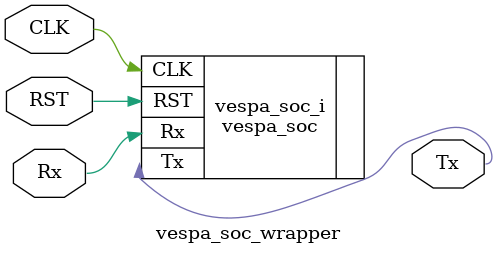
<source format=v>
`timescale 1 ps / 1 ps

module vespa_soc_wrapper
   (CLK,
    RST,
    Rx,
    Tx);
  input CLK;
  input RST;
  input Rx;
  output Tx;

  wire CLK;
  wire RST;
  wire Rx;
  wire Tx;

  vespa_soc vespa_soc_i
       (.CLK(CLK),
        .RST(RST),
        .Rx(Rx),
        .Tx(Tx));
endmodule

</source>
